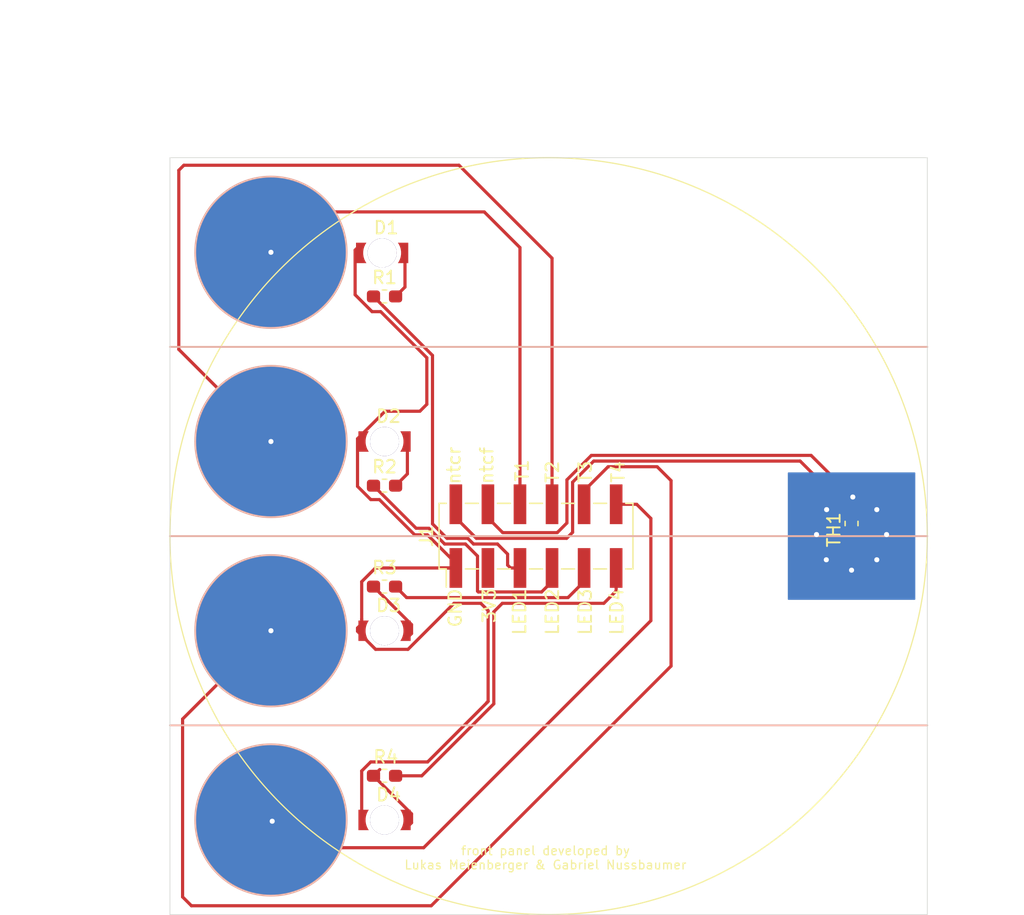
<source format=kicad_pcb>
(kicad_pcb (version 20171130) (host pcbnew "(5.1.4)-1")

  (general
    (thickness 1.6)
    (drawings 42)
    (tracks 165)
    (zones 0)
    (modules 14)
    (nets 17)
  )

  (page A4)
  (layers
    (0 F.Cu signal)
    (31 B.Cu signal)
    (32 B.Adhes user)
    (33 F.Adhes user)
    (34 B.Paste user)
    (35 F.Paste user)
    (36 B.SilkS user)
    (37 F.SilkS user)
    (38 B.Mask user)
    (39 F.Mask user)
    (40 Dwgs.User user)
    (41 Cmts.User user)
    (42 Eco1.User user)
    (43 Eco2.User user)
    (44 Edge.Cuts user)
    (45 Margin user)
    (46 B.CrtYd user)
    (47 F.CrtYd user)
    (48 B.Fab user)
    (49 F.Fab user)
  )

  (setup
    (last_trace_width 0.25)
    (trace_clearance 0.2)
    (zone_clearance 0.508)
    (zone_45_only no)
    (trace_min 0.2)
    (via_size 0.8)
    (via_drill 0.4)
    (via_min_size 0.4)
    (via_min_drill 0.3)
    (uvia_size 0.3)
    (uvia_drill 0.1)
    (uvias_allowed no)
    (uvia_min_size 0.2)
    (uvia_min_drill 0.1)
    (edge_width 0.05)
    (segment_width 0.2)
    (pcb_text_width 0.3)
    (pcb_text_size 1.5 1.5)
    (mod_edge_width 0.12)
    (mod_text_size 1 1)
    (mod_text_width 0.15)
    (pad_size 1.524 1.524)
    (pad_drill 0.762)
    (pad_to_mask_clearance 0.051)
    (solder_mask_min_width 0.25)
    (aux_axis_origin 0 0)
    (visible_elements 7FFFFFFF)
    (pcbplotparams
      (layerselection 0x010fc_ffffffff)
      (usegerberextensions false)
      (usegerberattributes false)
      (usegerberadvancedattributes false)
      (creategerberjobfile false)
      (excludeedgelayer true)
      (linewidth 0.100000)
      (plotframeref false)
      (viasonmask false)
      (mode 1)
      (useauxorigin false)
      (hpglpennumber 1)
      (hpglpenspeed 20)
      (hpglpendiameter 15.000000)
      (psnegative false)
      (psa4output false)
      (plotreference true)
      (plotvalue true)
      (plotinvisibletext false)
      (padsonsilk false)
      (subtractmaskfromsilk true)
      (outputformat 1)
      (mirror false)
      (drillshape 0)
      (scaleselection 1)
      (outputdirectory ""))
  )

  (net 0 "")
  (net 1 "Net-(D1-Pad2)")
  (net 2 GND)
  (net 3 "Net-(D2-Pad2)")
  (net 4 "Net-(D3-Pad2)")
  (net 5 "Net-(D4-Pad2)")
  (net 6 +3V3)
  (net 7 touch4)
  (net 8 LED4)
  (net 9 touch3)
  (net 10 LED3)
  (net 11 touch2)
  (net 12 LED2)
  (net 13 touch1)
  (net 14 LED1)
  (net 15 ntcr)
  (net 16 ntcf)

  (net_class Default "Dies ist die voreingestellte Netzklasse."
    (clearance 0.2)
    (trace_width 0.25)
    (via_dia 0.8)
    (via_drill 0.4)
    (uvia_dia 0.3)
    (uvia_drill 0.1)
    (add_net +3V3)
    (add_net GND)
    (add_net LED1)
    (add_net LED2)
    (add_net LED3)
    (add_net LED4)
    (add_net "Net-(D1-Pad2)")
    (add_net "Net-(D2-Pad2)")
    (add_net "Net-(D3-Pad2)")
    (add_net "Net-(D4-Pad2)")
    (add_net ntcf)
    (add_net ntcr)
    (add_net touch1)
    (add_net touch2)
    (add_net touch3)
    (add_net touch4)
  )

  (module reverse_LED:reverse_mounted_LED_hole_2.3mm (layer F.Cu) (tedit 5E95D0C5) (tstamp 5E972593)
    (at 126.81 52.55)
    (path /5E8764B5)
    (fp_text reference D1 (at 0.32 -2) (layer F.SilkS)
      (effects (font (size 1 1) (thickness 0.15)))
    )
    (fp_text value 156120RS75000 (at 0.01 -3.56) (layer F.Fab)
      (effects (font (size 1 1) (thickness 0.15)))
    )
    (pad 0 thru_hole circle (at 0 0) (size 2.3 2.3) (drill 2.3) (layers *.Cu *.Mask))
    (pad 2 smd custom (at 1.81 0.55) (size 0.5 0.5) (layers F.Cu F.Paste F.Mask)
      (net 1 "Net-(D1-Pad2)") (zone_connect 0)
      (options (clearance outline) (anchor rect))
      (primitives
        (gr_line (start -0.15 -0.8) (end -0.3 -0.95) (width 0.12))
        (gr_line (start -0.15 -0.55) (end -0.3 -0.8) (width 0.05))
        (gr_line (start 0.25 -1.35) (end 0.25 0.25) (width 0.02))
        (gr_poly (pts
           (xy -0.46 -1.23) (xy -0.38 -1.01) (xy -0.32 -0.83) (xy -0.27 -0.73) (xy -0.03 -1.07)
           (xy -0.46 -1.22)) (width 0))
        (gr_line (start -0.45 0.2) (end -0.35 0) (width 0.12))
        (gr_line (start -0.15 -1.3) (end 0.15 -1.3) (width 0.12))
        (gr_line (start -0.2 -0.75) (end -0.25 -0.55) (width 0.12))
        (gr_arc (start -1.7 -0.55) (end -0.55 -1.35) (angle 69.7) (width 0.02))
        (gr_line (start -0.3 -1.05) (end -0.3 -1.2) (width 0.12))
        (gr_line (start -0.4 -1.3) (end -0.3 -1) (width 0.12))
        (gr_line (start -0.25 -0.75) (end -0.25 -0.45) (width 0.12))
        (gr_line (start -0.35 0) (end -0.3 -0.15) (width 0.12))
        (gr_line (start -0.4 -1.2) (end -0.45 -1.3) (width 0.12))
        (gr_line (start -0.3 -1) (end -0.4 -1.25) (width 0.12))
        (gr_line (start -0.4 0.15) (end -0.1 0.1) (width 0.12))
        (gr_line (start -0.3 0) (end -0.45 0.2) (width 0.12))
        (gr_line (start -0.14 0.22) (end -0.51 0.23) (width 0.05))
        (gr_line (start -0.25 -0.45) (end -0.3 0) (width 0.12))
        (gr_line (start -0.3 -1.3) (end -0.1 -1.3) (width 0.12))
        (gr_line (start -0.25 -0.55) (end -0.25 -0.75) (width 0.12))
        (gr_line (start -0.3 -0.95) (end -0.15 -0.55) (width 0.12))
        (gr_line (start -0.51 -1.33) (end -0.45 -1.3) (width 0.05))
        (gr_poly (pts
           (xy 0.25 -1.35) (xy 0.25 0.25) (xy -0.4 0.25) (xy -0.2 -0.85) (xy -0.45 -1.3)
           (xy -0.45 -1.35) (xy -0.45 -1.3)) (width 0))
        (gr_line (start -0.35 0.15) (end -0.4 0.15) (width 0.12))
        (gr_line (start -0.3 -0.05) (end -0.35 0.15) (width 0.12))
        (gr_line (start -0.45 -1.3) (end -0.3 -1.3) (width 0.12))
        (gr_line (start -0.55 -1.35) (end 0.25 -1.35) (width 0.02))
        (gr_line (start -0.1 0.1) (end -0.25 0) (width 0.12))
        (gr_line (start -0.55 0.25) (end 0.25 0.25) (width 0.02))
        (gr_poly (pts
           (xy -0.35 -0.94) (xy -0.31 -0.77) (xy -0.27 -0.47)) (width 0))
        (gr_poly (pts
           (xy -0.5 -1.3) (xy -0.43 -1.14) (xy -0.34 -1.21)) (width 0))
        (gr_poly (pts
           (xy -0.39 -1.03) (xy -0.335 -0.92) (xy -0.305 -0.8) (xy -0.31 -0.78) (xy -0.32 -0.78)
           (xy -0.32 -0.77) (xy -0.31 -0.76)) (width 0))
      ))
    (pad 1 smd custom (at -1.81 -0.55 180) (size 0.5 0.5) (layers F.Cu F.Paste F.Mask)
      (net 2 GND) (zone_connect 0)
      (options (clearance outline) (anchor rect))
      (primitives
        (gr_line (start -0.15 -0.8) (end -0.3 -0.95) (width 0.12))
        (gr_line (start -0.15 -0.55) (end -0.3 -0.8) (width 0.05))
        (gr_line (start 0.25 -1.35) (end 0.25 0.25) (width 0.02))
        (gr_poly (pts
           (xy -0.46 -1.23) (xy -0.38 -1.01) (xy -0.32 -0.83) (xy -0.27 -0.73) (xy -0.03 -1.07)
           (xy -0.46 -1.22)) (width 0))
        (gr_line (start -0.45 0.2) (end -0.35 0) (width 0.12))
        (gr_line (start -0.15 -1.3) (end 0.15 -1.3) (width 0.12))
        (gr_line (start -0.2 -0.75) (end -0.25 -0.55) (width 0.12))
        (gr_arc (start -1.7 -0.55) (end -0.55 -1.35) (angle 69.7) (width 0.02))
        (gr_line (start -0.3 -1.05) (end -0.3 -1.2) (width 0.12))
        (gr_line (start -0.4 -1.3) (end -0.3 -1) (width 0.12))
        (gr_line (start -0.25 -0.75) (end -0.25 -0.45) (width 0.12))
        (gr_line (start -0.35 0) (end -0.3 -0.15) (width 0.12))
        (gr_line (start -0.4 -1.2) (end -0.45 -1.3) (width 0.12))
        (gr_line (start -0.3 -1) (end -0.4 -1.25) (width 0.12))
        (gr_line (start -0.4 0.15) (end -0.1 0.1) (width 0.12))
        (gr_line (start -0.3 0) (end -0.45 0.2) (width 0.12))
        (gr_line (start -0.14 0.22) (end -0.51 0.23) (width 0.05))
        (gr_line (start -0.25 -0.45) (end -0.3 0) (width 0.12))
        (gr_line (start -0.3 -1.3) (end -0.1 -1.3) (width 0.12))
        (gr_line (start -0.25 -0.55) (end -0.25 -0.75) (width 0.12))
        (gr_line (start -0.3 -0.95) (end -0.15 -0.55) (width 0.12))
        (gr_line (start -0.51 -1.33) (end -0.45 -1.3) (width 0.05))
        (gr_poly (pts
           (xy 0.25 -1.35) (xy 0.25 0.25) (xy -0.4 0.25) (xy -0.2 -0.85) (xy -0.45 -1.3)
           (xy -0.45 -1.35) (xy -0.45 -1.3)) (width 0))
        (gr_line (start -0.35 0.15) (end -0.4 0.15) (width 0.12))
        (gr_line (start -0.3 -0.05) (end -0.35 0.15) (width 0.12))
        (gr_line (start -0.45 -1.3) (end -0.3 -1.3) (width 0.12))
        (gr_line (start -0.55 -1.35) (end 0.25 -1.35) (width 0.02))
        (gr_line (start -0.1 0.1) (end -0.25 0) (width 0.12))
        (gr_line (start -0.55 0.25) (end 0.25 0.25) (width 0.02))
        (gr_poly (pts
           (xy -0.35 -0.94) (xy -0.31 -0.77) (xy -0.27 -0.47)) (width 0))
        (gr_poly (pts
           (xy -0.5 -1.3) (xy -0.43 -1.14) (xy -0.34 -1.21)) (width 0))
        (gr_poly (pts
           (xy -0.39 -1.03) (xy -0.335 -0.92) (xy -0.305 -0.8) (xy -0.31 -0.78) (xy -0.32 -0.78)
           (xy -0.32 -0.77) (xy -0.31 -0.76)) (width 0))
      ))
  )

  (module reverse_LED:reverse_mounted_LED_hole_2.3mm (layer F.Cu) (tedit 5E95D0C5) (tstamp 5E97259A)
    (at 127 67.5)
    (path /5E877385)
    (fp_text reference D2 (at 0.32 -2) (layer F.SilkS)
      (effects (font (size 1 1) (thickness 0.15)))
    )
    (fp_text value 156120RS75000 (at 0.01 -3.56) (layer F.Fab)
      (effects (font (size 1 1) (thickness 0.15)))
    )
    (pad 1 smd custom (at -1.81 -0.55 180) (size 0.5 0.5) (layers F.Cu F.Paste F.Mask)
      (net 2 GND) (zone_connect 0)
      (options (clearance outline) (anchor rect))
      (primitives
        (gr_line (start -0.15 -0.8) (end -0.3 -0.95) (width 0.12))
        (gr_line (start -0.15 -0.55) (end -0.3 -0.8) (width 0.05))
        (gr_line (start 0.25 -1.35) (end 0.25 0.25) (width 0.02))
        (gr_poly (pts
           (xy -0.46 -1.23) (xy -0.38 -1.01) (xy -0.32 -0.83) (xy -0.27 -0.73) (xy -0.03 -1.07)
           (xy -0.46 -1.22)) (width 0))
        (gr_line (start -0.45 0.2) (end -0.35 0) (width 0.12))
        (gr_line (start -0.15 -1.3) (end 0.15 -1.3) (width 0.12))
        (gr_line (start -0.2 -0.75) (end -0.25 -0.55) (width 0.12))
        (gr_arc (start -1.7 -0.55) (end -0.55 -1.35) (angle 69.7) (width 0.02))
        (gr_line (start -0.3 -1.05) (end -0.3 -1.2) (width 0.12))
        (gr_line (start -0.4 -1.3) (end -0.3 -1) (width 0.12))
        (gr_line (start -0.25 -0.75) (end -0.25 -0.45) (width 0.12))
        (gr_line (start -0.35 0) (end -0.3 -0.15) (width 0.12))
        (gr_line (start -0.4 -1.2) (end -0.45 -1.3) (width 0.12))
        (gr_line (start -0.3 -1) (end -0.4 -1.25) (width 0.12))
        (gr_line (start -0.4 0.15) (end -0.1 0.1) (width 0.12))
        (gr_line (start -0.3 0) (end -0.45 0.2) (width 0.12))
        (gr_line (start -0.14 0.22) (end -0.51 0.23) (width 0.05))
        (gr_line (start -0.25 -0.45) (end -0.3 0) (width 0.12))
        (gr_line (start -0.3 -1.3) (end -0.1 -1.3) (width 0.12))
        (gr_line (start -0.25 -0.55) (end -0.25 -0.75) (width 0.12))
        (gr_line (start -0.3 -0.95) (end -0.15 -0.55) (width 0.12))
        (gr_line (start -0.51 -1.33) (end -0.45 -1.3) (width 0.05))
        (gr_poly (pts
           (xy 0.25 -1.35) (xy 0.25 0.25) (xy -0.4 0.25) (xy -0.2 -0.85) (xy -0.45 -1.3)
           (xy -0.45 -1.35) (xy -0.45 -1.3)) (width 0))
        (gr_line (start -0.35 0.15) (end -0.4 0.15) (width 0.12))
        (gr_line (start -0.3 -0.05) (end -0.35 0.15) (width 0.12))
        (gr_line (start -0.45 -1.3) (end -0.3 -1.3) (width 0.12))
        (gr_line (start -0.55 -1.35) (end 0.25 -1.35) (width 0.02))
        (gr_line (start -0.1 0.1) (end -0.25 0) (width 0.12))
        (gr_line (start -0.55 0.25) (end 0.25 0.25) (width 0.02))
        (gr_poly (pts
           (xy -0.35 -0.94) (xy -0.31 -0.77) (xy -0.27 -0.47)) (width 0))
        (gr_poly (pts
           (xy -0.5 -1.3) (xy -0.43 -1.14) (xy -0.34 -1.21)) (width 0))
        (gr_poly (pts
           (xy -0.39 -1.03) (xy -0.335 -0.92) (xy -0.305 -0.8) (xy -0.31 -0.78) (xy -0.32 -0.78)
           (xy -0.32 -0.77) (xy -0.31 -0.76)) (width 0))
      ))
    (pad 2 smd custom (at 1.81 0.55) (size 0.5 0.5) (layers F.Cu F.Paste F.Mask)
      (net 3 "Net-(D2-Pad2)") (zone_connect 0)
      (options (clearance outline) (anchor rect))
      (primitives
        (gr_line (start -0.15 -0.8) (end -0.3 -0.95) (width 0.12))
        (gr_line (start -0.15 -0.55) (end -0.3 -0.8) (width 0.05))
        (gr_line (start 0.25 -1.35) (end 0.25 0.25) (width 0.02))
        (gr_poly (pts
           (xy -0.46 -1.23) (xy -0.38 -1.01) (xy -0.32 -0.83) (xy -0.27 -0.73) (xy -0.03 -1.07)
           (xy -0.46 -1.22)) (width 0))
        (gr_line (start -0.45 0.2) (end -0.35 0) (width 0.12))
        (gr_line (start -0.15 -1.3) (end 0.15 -1.3) (width 0.12))
        (gr_line (start -0.2 -0.75) (end -0.25 -0.55) (width 0.12))
        (gr_arc (start -1.7 -0.55) (end -0.55 -1.35) (angle 69.7) (width 0.02))
        (gr_line (start -0.3 -1.05) (end -0.3 -1.2) (width 0.12))
        (gr_line (start -0.4 -1.3) (end -0.3 -1) (width 0.12))
        (gr_line (start -0.25 -0.75) (end -0.25 -0.45) (width 0.12))
        (gr_line (start -0.35 0) (end -0.3 -0.15) (width 0.12))
        (gr_line (start -0.4 -1.2) (end -0.45 -1.3) (width 0.12))
        (gr_line (start -0.3 -1) (end -0.4 -1.25) (width 0.12))
        (gr_line (start -0.4 0.15) (end -0.1 0.1) (width 0.12))
        (gr_line (start -0.3 0) (end -0.45 0.2) (width 0.12))
        (gr_line (start -0.14 0.22) (end -0.51 0.23) (width 0.05))
        (gr_line (start -0.25 -0.45) (end -0.3 0) (width 0.12))
        (gr_line (start -0.3 -1.3) (end -0.1 -1.3) (width 0.12))
        (gr_line (start -0.25 -0.55) (end -0.25 -0.75) (width 0.12))
        (gr_line (start -0.3 -0.95) (end -0.15 -0.55) (width 0.12))
        (gr_line (start -0.51 -1.33) (end -0.45 -1.3) (width 0.05))
        (gr_poly (pts
           (xy 0.25 -1.35) (xy 0.25 0.25) (xy -0.4 0.25) (xy -0.2 -0.85) (xy -0.45 -1.3)
           (xy -0.45 -1.35) (xy -0.45 -1.3)) (width 0))
        (gr_line (start -0.35 0.15) (end -0.4 0.15) (width 0.12))
        (gr_line (start -0.3 -0.05) (end -0.35 0.15) (width 0.12))
        (gr_line (start -0.45 -1.3) (end -0.3 -1.3) (width 0.12))
        (gr_line (start -0.55 -1.35) (end 0.25 -1.35) (width 0.02))
        (gr_line (start -0.1 0.1) (end -0.25 0) (width 0.12))
        (gr_line (start -0.55 0.25) (end 0.25 0.25) (width 0.02))
        (gr_poly (pts
           (xy -0.35 -0.94) (xy -0.31 -0.77) (xy -0.27 -0.47)) (width 0))
        (gr_poly (pts
           (xy -0.5 -1.3) (xy -0.43 -1.14) (xy -0.34 -1.21)) (width 0))
        (gr_poly (pts
           (xy -0.39 -1.03) (xy -0.335 -0.92) (xy -0.305 -0.8) (xy -0.31 -0.78) (xy -0.32 -0.78)
           (xy -0.32 -0.77) (xy -0.31 -0.76)) (width 0))
      ))
    (pad 0 thru_hole circle (at 0 0) (size 2.3 2.3) (drill 2.3) (layers *.Cu *.Mask))
  )

  (module reverse_LED:reverse_mounted_LED_hole_2.3mm (layer F.Cu) (tedit 5E95D0C5) (tstamp 5E9725A1)
    (at 127 82.5)
    (path /5E877646)
    (fp_text reference D3 (at 0.32 -2) (layer F.SilkS)
      (effects (font (size 1 1) (thickness 0.15)))
    )
    (fp_text value 156120RS75000 (at 0.01 -3.56) (layer F.Fab)
      (effects (font (size 1 1) (thickness 0.15)))
    )
    (pad 0 thru_hole circle (at 0 0) (size 2.3 2.3) (drill 2.3) (layers *.Cu *.Mask))
    (pad 2 smd custom (at 1.81 0.55) (size 0.5 0.5) (layers F.Cu F.Paste F.Mask)
      (net 4 "Net-(D3-Pad2)") (zone_connect 0)
      (options (clearance outline) (anchor rect))
      (primitives
        (gr_line (start -0.15 -0.8) (end -0.3 -0.95) (width 0.12))
        (gr_line (start -0.15 -0.55) (end -0.3 -0.8) (width 0.05))
        (gr_line (start 0.25 -1.35) (end 0.25 0.25) (width 0.02))
        (gr_poly (pts
           (xy -0.46 -1.23) (xy -0.38 -1.01) (xy -0.32 -0.83) (xy -0.27 -0.73) (xy -0.03 -1.07)
           (xy -0.46 -1.22)) (width 0))
        (gr_line (start -0.45 0.2) (end -0.35 0) (width 0.12))
        (gr_line (start -0.15 -1.3) (end 0.15 -1.3) (width 0.12))
        (gr_line (start -0.2 -0.75) (end -0.25 -0.55) (width 0.12))
        (gr_arc (start -1.7 -0.55) (end -0.55 -1.35) (angle 69.7) (width 0.02))
        (gr_line (start -0.3 -1.05) (end -0.3 -1.2) (width 0.12))
        (gr_line (start -0.4 -1.3) (end -0.3 -1) (width 0.12))
        (gr_line (start -0.25 -0.75) (end -0.25 -0.45) (width 0.12))
        (gr_line (start -0.35 0) (end -0.3 -0.15) (width 0.12))
        (gr_line (start -0.4 -1.2) (end -0.45 -1.3) (width 0.12))
        (gr_line (start -0.3 -1) (end -0.4 -1.25) (width 0.12))
        (gr_line (start -0.4 0.15) (end -0.1 0.1) (width 0.12))
        (gr_line (start -0.3 0) (end -0.45 0.2) (width 0.12))
        (gr_line (start -0.14 0.22) (end -0.51 0.23) (width 0.05))
        (gr_line (start -0.25 -0.45) (end -0.3 0) (width 0.12))
        (gr_line (start -0.3 -1.3) (end -0.1 -1.3) (width 0.12))
        (gr_line (start -0.25 -0.55) (end -0.25 -0.75) (width 0.12))
        (gr_line (start -0.3 -0.95) (end -0.15 -0.55) (width 0.12))
        (gr_line (start -0.51 -1.33) (end -0.45 -1.3) (width 0.05))
        (gr_poly (pts
           (xy 0.25 -1.35) (xy 0.25 0.25) (xy -0.4 0.25) (xy -0.2 -0.85) (xy -0.45 -1.3)
           (xy -0.45 -1.35) (xy -0.45 -1.3)) (width 0))
        (gr_line (start -0.35 0.15) (end -0.4 0.15) (width 0.12))
        (gr_line (start -0.3 -0.05) (end -0.35 0.15) (width 0.12))
        (gr_line (start -0.45 -1.3) (end -0.3 -1.3) (width 0.12))
        (gr_line (start -0.55 -1.35) (end 0.25 -1.35) (width 0.02))
        (gr_line (start -0.1 0.1) (end -0.25 0) (width 0.12))
        (gr_line (start -0.55 0.25) (end 0.25 0.25) (width 0.02))
        (gr_poly (pts
           (xy -0.35 -0.94) (xy -0.31 -0.77) (xy -0.27 -0.47)) (width 0))
        (gr_poly (pts
           (xy -0.5 -1.3) (xy -0.43 -1.14) (xy -0.34 -1.21)) (width 0))
        (gr_poly (pts
           (xy -0.39 -1.03) (xy -0.335 -0.92) (xy -0.305 -0.8) (xy -0.31 -0.78) (xy -0.32 -0.78)
           (xy -0.32 -0.77) (xy -0.31 -0.76)) (width 0))
      ))
    (pad 1 smd custom (at -1.81 -0.55 180) (size 0.5 0.5) (layers F.Cu F.Paste F.Mask)
      (net 2 GND) (zone_connect 0)
      (options (clearance outline) (anchor rect))
      (primitives
        (gr_line (start -0.15 -0.8) (end -0.3 -0.95) (width 0.12))
        (gr_line (start -0.15 -0.55) (end -0.3 -0.8) (width 0.05))
        (gr_line (start 0.25 -1.35) (end 0.25 0.25) (width 0.02))
        (gr_poly (pts
           (xy -0.46 -1.23) (xy -0.38 -1.01) (xy -0.32 -0.83) (xy -0.27 -0.73) (xy -0.03 -1.07)
           (xy -0.46 -1.22)) (width 0))
        (gr_line (start -0.45 0.2) (end -0.35 0) (width 0.12))
        (gr_line (start -0.15 -1.3) (end 0.15 -1.3) (width 0.12))
        (gr_line (start -0.2 -0.75) (end -0.25 -0.55) (width 0.12))
        (gr_arc (start -1.7 -0.55) (end -0.55 -1.35) (angle 69.7) (width 0.02))
        (gr_line (start -0.3 -1.05) (end -0.3 -1.2) (width 0.12))
        (gr_line (start -0.4 -1.3) (end -0.3 -1) (width 0.12))
        (gr_line (start -0.25 -0.75) (end -0.25 -0.45) (width 0.12))
        (gr_line (start -0.35 0) (end -0.3 -0.15) (width 0.12))
        (gr_line (start -0.4 -1.2) (end -0.45 -1.3) (width 0.12))
        (gr_line (start -0.3 -1) (end -0.4 -1.25) (width 0.12))
        (gr_line (start -0.4 0.15) (end -0.1 0.1) (width 0.12))
        (gr_line (start -0.3 0) (end -0.45 0.2) (width 0.12))
        (gr_line (start -0.14 0.22) (end -0.51 0.23) (width 0.05))
        (gr_line (start -0.25 -0.45) (end -0.3 0) (width 0.12))
        (gr_line (start -0.3 -1.3) (end -0.1 -1.3) (width 0.12))
        (gr_line (start -0.25 -0.55) (end -0.25 -0.75) (width 0.12))
        (gr_line (start -0.3 -0.95) (end -0.15 -0.55) (width 0.12))
        (gr_line (start -0.51 -1.33) (end -0.45 -1.3) (width 0.05))
        (gr_poly (pts
           (xy 0.25 -1.35) (xy 0.25 0.25) (xy -0.4 0.25) (xy -0.2 -0.85) (xy -0.45 -1.3)
           (xy -0.45 -1.35) (xy -0.45 -1.3)) (width 0))
        (gr_line (start -0.35 0.15) (end -0.4 0.15) (width 0.12))
        (gr_line (start -0.3 -0.05) (end -0.35 0.15) (width 0.12))
        (gr_line (start -0.45 -1.3) (end -0.3 -1.3) (width 0.12))
        (gr_line (start -0.55 -1.35) (end 0.25 -1.35) (width 0.02))
        (gr_line (start -0.1 0.1) (end -0.25 0) (width 0.12))
        (gr_line (start -0.55 0.25) (end 0.25 0.25) (width 0.02))
        (gr_poly (pts
           (xy -0.35 -0.94) (xy -0.31 -0.77) (xy -0.27 -0.47)) (width 0))
        (gr_poly (pts
           (xy -0.5 -1.3) (xy -0.43 -1.14) (xy -0.34 -1.21)) (width 0))
        (gr_poly (pts
           (xy -0.39 -1.03) (xy -0.335 -0.92) (xy -0.305 -0.8) (xy -0.31 -0.78) (xy -0.32 -0.78)
           (xy -0.32 -0.77) (xy -0.31 -0.76)) (width 0))
      ))
  )

  (module reverse_LED:reverse_mounted_LED_hole_2.3mm (layer F.Cu) (tedit 5E95D0C5) (tstamp 5E9725A8)
    (at 127 97.5)
    (path /5E87798E)
    (fp_text reference D4 (at 0.32 -2) (layer F.SilkS)
      (effects (font (size 1 1) (thickness 0.15)))
    )
    (fp_text value 156120RS75000 (at 0.01 -3.56) (layer F.Fab)
      (effects (font (size 1 1) (thickness 0.15)))
    )
    (pad 1 smd custom (at -1.81 -0.55 180) (size 0.5 0.5) (layers F.Cu F.Paste F.Mask)
      (net 2 GND) (zone_connect 0)
      (options (clearance outline) (anchor rect))
      (primitives
        (gr_line (start -0.15 -0.8) (end -0.3 -0.95) (width 0.12))
        (gr_line (start -0.15 -0.55) (end -0.3 -0.8) (width 0.05))
        (gr_line (start 0.25 -1.35) (end 0.25 0.25) (width 0.02))
        (gr_poly (pts
           (xy -0.46 -1.23) (xy -0.38 -1.01) (xy -0.32 -0.83) (xy -0.27 -0.73) (xy -0.03 -1.07)
           (xy -0.46 -1.22)) (width 0))
        (gr_line (start -0.45 0.2) (end -0.35 0) (width 0.12))
        (gr_line (start -0.15 -1.3) (end 0.15 -1.3) (width 0.12))
        (gr_line (start -0.2 -0.75) (end -0.25 -0.55) (width 0.12))
        (gr_arc (start -1.7 -0.55) (end -0.55 -1.35) (angle 69.7) (width 0.02))
        (gr_line (start -0.3 -1.05) (end -0.3 -1.2) (width 0.12))
        (gr_line (start -0.4 -1.3) (end -0.3 -1) (width 0.12))
        (gr_line (start -0.25 -0.75) (end -0.25 -0.45) (width 0.12))
        (gr_line (start -0.35 0) (end -0.3 -0.15) (width 0.12))
        (gr_line (start -0.4 -1.2) (end -0.45 -1.3) (width 0.12))
        (gr_line (start -0.3 -1) (end -0.4 -1.25) (width 0.12))
        (gr_line (start -0.4 0.15) (end -0.1 0.1) (width 0.12))
        (gr_line (start -0.3 0) (end -0.45 0.2) (width 0.12))
        (gr_line (start -0.14 0.22) (end -0.51 0.23) (width 0.05))
        (gr_line (start -0.25 -0.45) (end -0.3 0) (width 0.12))
        (gr_line (start -0.3 -1.3) (end -0.1 -1.3) (width 0.12))
        (gr_line (start -0.25 -0.55) (end -0.25 -0.75) (width 0.12))
        (gr_line (start -0.3 -0.95) (end -0.15 -0.55) (width 0.12))
        (gr_line (start -0.51 -1.33) (end -0.45 -1.3) (width 0.05))
        (gr_poly (pts
           (xy 0.25 -1.35) (xy 0.25 0.25) (xy -0.4 0.25) (xy -0.2 -0.85) (xy -0.45 -1.3)
           (xy -0.45 -1.35) (xy -0.45 -1.3)) (width 0))
        (gr_line (start -0.35 0.15) (end -0.4 0.15) (width 0.12))
        (gr_line (start -0.3 -0.05) (end -0.35 0.15) (width 0.12))
        (gr_line (start -0.45 -1.3) (end -0.3 -1.3) (width 0.12))
        (gr_line (start -0.55 -1.35) (end 0.25 -1.35) (width 0.02))
        (gr_line (start -0.1 0.1) (end -0.25 0) (width 0.12))
        (gr_line (start -0.55 0.25) (end 0.25 0.25) (width 0.02))
        (gr_poly (pts
           (xy -0.35 -0.94) (xy -0.31 -0.77) (xy -0.27 -0.47)) (width 0))
        (gr_poly (pts
           (xy -0.5 -1.3) (xy -0.43 -1.14) (xy -0.34 -1.21)) (width 0))
        (gr_poly (pts
           (xy -0.39 -1.03) (xy -0.335 -0.92) (xy -0.305 -0.8) (xy -0.31 -0.78) (xy -0.32 -0.78)
           (xy -0.32 -0.77) (xy -0.31 -0.76)) (width 0))
      ))
    (pad 2 smd custom (at 1.81 0.55) (size 0.5 0.5) (layers F.Cu F.Paste F.Mask)
      (net 5 "Net-(D4-Pad2)") (zone_connect 0)
      (options (clearance outline) (anchor rect))
      (primitives
        (gr_line (start -0.15 -0.8) (end -0.3 -0.95) (width 0.12))
        (gr_line (start -0.15 -0.55) (end -0.3 -0.8) (width 0.05))
        (gr_line (start 0.25 -1.35) (end 0.25 0.25) (width 0.02))
        (gr_poly (pts
           (xy -0.46 -1.23) (xy -0.38 -1.01) (xy -0.32 -0.83) (xy -0.27 -0.73) (xy -0.03 -1.07)
           (xy -0.46 -1.22)) (width 0))
        (gr_line (start -0.45 0.2) (end -0.35 0) (width 0.12))
        (gr_line (start -0.15 -1.3) (end 0.15 -1.3) (width 0.12))
        (gr_line (start -0.2 -0.75) (end -0.25 -0.55) (width 0.12))
        (gr_arc (start -1.7 -0.55) (end -0.55 -1.35) (angle 69.7) (width 0.02))
        (gr_line (start -0.3 -1.05) (end -0.3 -1.2) (width 0.12))
        (gr_line (start -0.4 -1.3) (end -0.3 -1) (width 0.12))
        (gr_line (start -0.25 -0.75) (end -0.25 -0.45) (width 0.12))
        (gr_line (start -0.35 0) (end -0.3 -0.15) (width 0.12))
        (gr_line (start -0.4 -1.2) (end -0.45 -1.3) (width 0.12))
        (gr_line (start -0.3 -1) (end -0.4 -1.25) (width 0.12))
        (gr_line (start -0.4 0.15) (end -0.1 0.1) (width 0.12))
        (gr_line (start -0.3 0) (end -0.45 0.2) (width 0.12))
        (gr_line (start -0.14 0.22) (end -0.51 0.23) (width 0.05))
        (gr_line (start -0.25 -0.45) (end -0.3 0) (width 0.12))
        (gr_line (start -0.3 -1.3) (end -0.1 -1.3) (width 0.12))
        (gr_line (start -0.25 -0.55) (end -0.25 -0.75) (width 0.12))
        (gr_line (start -0.3 -0.95) (end -0.15 -0.55) (width 0.12))
        (gr_line (start -0.51 -1.33) (end -0.45 -1.3) (width 0.05))
        (gr_poly (pts
           (xy 0.25 -1.35) (xy 0.25 0.25) (xy -0.4 0.25) (xy -0.2 -0.85) (xy -0.45 -1.3)
           (xy -0.45 -1.35) (xy -0.45 -1.3)) (width 0))
        (gr_line (start -0.35 0.15) (end -0.4 0.15) (width 0.12))
        (gr_line (start -0.3 -0.05) (end -0.35 0.15) (width 0.12))
        (gr_line (start -0.45 -1.3) (end -0.3 -1.3) (width 0.12))
        (gr_line (start -0.55 -1.35) (end 0.25 -1.35) (width 0.02))
        (gr_line (start -0.1 0.1) (end -0.25 0) (width 0.12))
        (gr_line (start -0.55 0.25) (end 0.25 0.25) (width 0.02))
        (gr_poly (pts
           (xy -0.35 -0.94) (xy -0.31 -0.77) (xy -0.27 -0.47)) (width 0))
        (gr_poly (pts
           (xy -0.5 -1.3) (xy -0.43 -1.14) (xy -0.34 -1.21)) (width 0))
        (gr_poly (pts
           (xy -0.39 -1.03) (xy -0.335 -0.92) (xy -0.305 -0.8) (xy -0.31 -0.78) (xy -0.32 -0.78)
           (xy -0.32 -0.77) (xy -0.31 -0.76)) (width 0))
      ))
    (pad 0 thru_hole circle (at 0 0) (size 2.3 2.3) (drill 2.3) (layers *.Cu *.Mask))
  )

  (module Connector_PinHeader_2.54mm:PinHeader_2x06_P2.54mm_Vertical_SMD (layer F.Cu) (tedit 59FED5CC) (tstamp 5E9725F7)
    (at 139 75 90)
    (descr "surface-mounted straight pin header, 2x06, 2.54mm pitch, double rows")
    (tags "Surface mounted pin header SMD 2x06 2.54mm double row")
    (path /5E96E803)
    (attr smd)
    (fp_text reference J1 (at 0 -8.68 90) (layer F.SilkS)
      (effects (font (size 1 1) (thickness 0.15)))
    )
    (fp_text value 61000621121 (at 0 8.68 90) (layer F.Fab)
      (effects (font (size 1 1) (thickness 0.15)))
    )
    (fp_line (start 2.54 7.62) (end -2.54 7.62) (layer F.Fab) (width 0.1))
    (fp_line (start -1.59 -7.62) (end 2.54 -7.62) (layer F.Fab) (width 0.1))
    (fp_line (start -2.54 7.62) (end -2.54 -6.67) (layer F.Fab) (width 0.1))
    (fp_line (start -2.54 -6.67) (end -1.59 -7.62) (layer F.Fab) (width 0.1))
    (fp_line (start 2.54 -7.62) (end 2.54 7.62) (layer F.Fab) (width 0.1))
    (fp_line (start -2.54 -6.67) (end -3.6 -6.67) (layer F.Fab) (width 0.1))
    (fp_line (start -3.6 -6.67) (end -3.6 -6.03) (layer F.Fab) (width 0.1))
    (fp_line (start -3.6 -6.03) (end -2.54 -6.03) (layer F.Fab) (width 0.1))
    (fp_line (start 2.54 -6.67) (end 3.6 -6.67) (layer F.Fab) (width 0.1))
    (fp_line (start 3.6 -6.67) (end 3.6 -6.03) (layer F.Fab) (width 0.1))
    (fp_line (start 3.6 -6.03) (end 2.54 -6.03) (layer F.Fab) (width 0.1))
    (fp_line (start -2.54 -4.13) (end -3.6 -4.13) (layer F.Fab) (width 0.1))
    (fp_line (start -3.6 -4.13) (end -3.6 -3.49) (layer F.Fab) (width 0.1))
    (fp_line (start -3.6 -3.49) (end -2.54 -3.49) (layer F.Fab) (width 0.1))
    (fp_line (start 2.54 -4.13) (end 3.6 -4.13) (layer F.Fab) (width 0.1))
    (fp_line (start 3.6 -4.13) (end 3.6 -3.49) (layer F.Fab) (width 0.1))
    (fp_line (start 3.6 -3.49) (end 2.54 -3.49) (layer F.Fab) (width 0.1))
    (fp_line (start -2.54 -1.59) (end -3.6 -1.59) (layer F.Fab) (width 0.1))
    (fp_line (start -3.6 -1.59) (end -3.6 -0.95) (layer F.Fab) (width 0.1))
    (fp_line (start -3.6 -0.95) (end -2.54 -0.95) (layer F.Fab) (width 0.1))
    (fp_line (start 2.54 -1.59) (end 3.6 -1.59) (layer F.Fab) (width 0.1))
    (fp_line (start 3.6 -1.59) (end 3.6 -0.95) (layer F.Fab) (width 0.1))
    (fp_line (start 3.6 -0.95) (end 2.54 -0.95) (layer F.Fab) (width 0.1))
    (fp_line (start -2.54 0.95) (end -3.6 0.95) (layer F.Fab) (width 0.1))
    (fp_line (start -3.6 0.95) (end -3.6 1.59) (layer F.Fab) (width 0.1))
    (fp_line (start -3.6 1.59) (end -2.54 1.59) (layer F.Fab) (width 0.1))
    (fp_line (start 2.54 0.95) (end 3.6 0.95) (layer F.Fab) (width 0.1))
    (fp_line (start 3.6 0.95) (end 3.6 1.59) (layer F.Fab) (width 0.1))
    (fp_line (start 3.6 1.59) (end 2.54 1.59) (layer F.Fab) (width 0.1))
    (fp_line (start -2.54 3.49) (end -3.6 3.49) (layer F.Fab) (width 0.1))
    (fp_line (start -3.6 3.49) (end -3.6 4.13) (layer F.Fab) (width 0.1))
    (fp_line (start -3.6 4.13) (end -2.54 4.13) (layer F.Fab) (width 0.1))
    (fp_line (start 2.54 3.49) (end 3.6 3.49) (layer F.Fab) (width 0.1))
    (fp_line (start 3.6 3.49) (end 3.6 4.13) (layer F.Fab) (width 0.1))
    (fp_line (start 3.6 4.13) (end 2.54 4.13) (layer F.Fab) (width 0.1))
    (fp_line (start -2.54 6.03) (end -3.6 6.03) (layer F.Fab) (width 0.1))
    (fp_line (start -3.6 6.03) (end -3.6 6.67) (layer F.Fab) (width 0.1))
    (fp_line (start -3.6 6.67) (end -2.54 6.67) (layer F.Fab) (width 0.1))
    (fp_line (start 2.54 6.03) (end 3.6 6.03) (layer F.Fab) (width 0.1))
    (fp_line (start 3.6 6.03) (end 3.6 6.67) (layer F.Fab) (width 0.1))
    (fp_line (start 3.6 6.67) (end 2.54 6.67) (layer F.Fab) (width 0.1))
    (fp_line (start -2.6 -7.68) (end 2.6 -7.68) (layer F.SilkS) (width 0.12))
    (fp_line (start -2.6 7.68) (end 2.6 7.68) (layer F.SilkS) (width 0.12))
    (fp_line (start -4.04 -7.11) (end -2.6 -7.11) (layer F.SilkS) (width 0.12))
    (fp_line (start -2.6 -7.68) (end -2.6 -7.11) (layer F.SilkS) (width 0.12))
    (fp_line (start 2.6 -7.68) (end 2.6 -7.11) (layer F.SilkS) (width 0.12))
    (fp_line (start -2.6 7.11) (end -2.6 7.68) (layer F.SilkS) (width 0.12))
    (fp_line (start 2.6 7.11) (end 2.6 7.68) (layer F.SilkS) (width 0.12))
    (fp_line (start -2.6 -5.59) (end -2.6 -4.57) (layer F.SilkS) (width 0.12))
    (fp_line (start 2.6 -5.59) (end 2.6 -4.57) (layer F.SilkS) (width 0.12))
    (fp_line (start -2.6 -3.05) (end -2.6 -2.03) (layer F.SilkS) (width 0.12))
    (fp_line (start 2.6 -3.05) (end 2.6 -2.03) (layer F.SilkS) (width 0.12))
    (fp_line (start -2.6 -0.51) (end -2.6 0.51) (layer F.SilkS) (width 0.12))
    (fp_line (start 2.6 -0.51) (end 2.6 0.51) (layer F.SilkS) (width 0.12))
    (fp_line (start -2.6 2.03) (end -2.6 3.05) (layer F.SilkS) (width 0.12))
    (fp_line (start 2.6 2.03) (end 2.6 3.05) (layer F.SilkS) (width 0.12))
    (fp_line (start -2.6 4.57) (end -2.6 5.59) (layer F.SilkS) (width 0.12))
    (fp_line (start 2.6 4.57) (end 2.6 5.59) (layer F.SilkS) (width 0.12))
    (fp_line (start -5.9 -8.15) (end -5.9 8.15) (layer F.CrtYd) (width 0.05))
    (fp_line (start -5.9 8.15) (end 5.9 8.15) (layer F.CrtYd) (width 0.05))
    (fp_line (start 5.9 8.15) (end 5.9 -8.15) (layer F.CrtYd) (width 0.05))
    (fp_line (start 5.9 -8.15) (end -5.9 -8.15) (layer F.CrtYd) (width 0.05))
    (fp_text user %R (at 0 0) (layer F.Fab)
      (effects (font (size 1 1) (thickness 0.15)))
    )
    (pad 1 smd rect (at -2.525 -6.35 90) (size 3.15 1) (layers F.Cu F.Paste F.Mask)
      (net 2 GND))
    (pad 2 smd rect (at 2.525 -6.35 90) (size 3.15 1) (layers F.Cu F.Paste F.Mask)
      (net 15 ntcr))
    (pad 3 smd rect (at -2.525 -3.81 90) (size 3.15 1) (layers F.Cu F.Paste F.Mask)
      (net 6 +3V3))
    (pad 4 smd rect (at 2.525 -3.81 90) (size 3.15 1) (layers F.Cu F.Paste F.Mask)
      (net 16 ntcf))
    (pad 5 smd rect (at -2.525 -1.27 90) (size 3.15 1) (layers F.Cu F.Paste F.Mask)
      (net 14 LED1))
    (pad 6 smd rect (at 2.525 -1.27 90) (size 3.15 1) (layers F.Cu F.Paste F.Mask)
      (net 13 touch1))
    (pad 7 smd rect (at -2.525 1.27 90) (size 3.15 1) (layers F.Cu F.Paste F.Mask)
      (net 12 LED2))
    (pad 8 smd rect (at 2.525 1.27 90) (size 3.15 1) (layers F.Cu F.Paste F.Mask)
      (net 11 touch2))
    (pad 9 smd rect (at -2.525 3.81 90) (size 3.15 1) (layers F.Cu F.Paste F.Mask)
      (net 10 LED3))
    (pad 10 smd rect (at 2.525 3.81 90) (size 3.15 1) (layers F.Cu F.Paste F.Mask)
      (net 9 touch3))
    (pad 11 smd rect (at -2.525 6.35 90) (size 3.15 1) (layers F.Cu F.Paste F.Mask)
      (net 8 LED4))
    (pad 12 smd rect (at 2.525 6.35 90) (size 3.15 1) (layers F.Cu F.Paste F.Mask)
      (net 7 touch4))
    (model ${KISYS3DMOD}/Connector_PinHeader_2.54mm.3dshapes/PinHeader_2x06_P2.54mm_Vertical_SMD.wrl
      (at (xyz 0 0 0))
      (scale (xyz 1 1 1))
      (rotate (xyz 0 0 0))
    )
  )

  (module Resistor_SMD:R_0603_1608Metric_Pad1.05x0.95mm_HandSolder (layer F.Cu) (tedit 5B301BBD) (tstamp 5E972608)
    (at 127 56 180)
    (descr "Resistor SMD 0603 (1608 Metric), square (rectangular) end terminal, IPC_7351 nominal with elongated pad for handsoldering. (Body size source: http://www.tortai-tech.com/upload/download/2011102023233369053.pdf), generated with kicad-footprint-generator")
    (tags "resistor handsolder")
    (path /5E877C24)
    (attr smd)
    (fp_text reference R1 (at 0 1.5) (layer F.SilkS)
      (effects (font (size 1 1) (thickness 0.15)))
    )
    (fp_text value 100 (at 0 1.43) (layer F.Fab)
      (effects (font (size 1 1) (thickness 0.15)))
    )
    (fp_text user %R (at 0 0) (layer F.Fab)
      (effects (font (size 0.4 0.4) (thickness 0.06)))
    )
    (fp_line (start 1.65 0.73) (end -1.65 0.73) (layer F.CrtYd) (width 0.05))
    (fp_line (start 1.65 -0.73) (end 1.65 0.73) (layer F.CrtYd) (width 0.05))
    (fp_line (start -1.65 -0.73) (end 1.65 -0.73) (layer F.CrtYd) (width 0.05))
    (fp_line (start -1.65 0.73) (end -1.65 -0.73) (layer F.CrtYd) (width 0.05))
    (fp_line (start -0.171267 0.51) (end 0.171267 0.51) (layer F.SilkS) (width 0.12))
    (fp_line (start -0.171267 -0.51) (end 0.171267 -0.51) (layer F.SilkS) (width 0.12))
    (fp_line (start 0.8 0.4) (end -0.8 0.4) (layer F.Fab) (width 0.1))
    (fp_line (start 0.8 -0.4) (end 0.8 0.4) (layer F.Fab) (width 0.1))
    (fp_line (start -0.8 -0.4) (end 0.8 -0.4) (layer F.Fab) (width 0.1))
    (fp_line (start -0.8 0.4) (end -0.8 -0.4) (layer F.Fab) (width 0.1))
    (pad 2 smd roundrect (at 0.875 0 180) (size 1.05 0.95) (layers F.Cu F.Paste F.Mask) (roundrect_rratio 0.25)
      (net 14 LED1))
    (pad 1 smd roundrect (at -0.875 0 180) (size 1.05 0.95) (layers F.Cu F.Paste F.Mask) (roundrect_rratio 0.25)
      (net 1 "Net-(D1-Pad2)"))
    (model ${KISYS3DMOD}/Resistor_SMD.3dshapes/R_0603_1608Metric.wrl
      (at (xyz 0 0 0))
      (scale (xyz 1 1 1))
      (rotate (xyz 0 0 0))
    )
  )

  (module Resistor_SMD:R_0603_1608Metric_Pad1.05x0.95mm_HandSolder (layer F.Cu) (tedit 5B301BBD) (tstamp 5E972619)
    (at 127 71 180)
    (descr "Resistor SMD 0603 (1608 Metric), square (rectangular) end terminal, IPC_7351 nominal with elongated pad for handsoldering. (Body size source: http://www.tortai-tech.com/upload/download/2011102023233369053.pdf), generated with kicad-footprint-generator")
    (tags "resistor handsolder")
    (path /5E8791EF)
    (attr smd)
    (fp_text reference R2 (at 0 1.5) (layer F.SilkS)
      (effects (font (size 1 1) (thickness 0.15)))
    )
    (fp_text value 100 (at 0 1.43) (layer F.Fab)
      (effects (font (size 1 1) (thickness 0.15)))
    )
    (fp_text user %R (at 0 0) (layer F.Fab)
      (effects (font (size 0.4 0.4) (thickness 0.06)))
    )
    (fp_line (start 1.65 0.73) (end -1.65 0.73) (layer F.CrtYd) (width 0.05))
    (fp_line (start 1.65 -0.73) (end 1.65 0.73) (layer F.CrtYd) (width 0.05))
    (fp_line (start -1.65 -0.73) (end 1.65 -0.73) (layer F.CrtYd) (width 0.05))
    (fp_line (start -1.65 0.73) (end -1.65 -0.73) (layer F.CrtYd) (width 0.05))
    (fp_line (start -0.171267 0.51) (end 0.171267 0.51) (layer F.SilkS) (width 0.12))
    (fp_line (start -0.171267 -0.51) (end 0.171267 -0.51) (layer F.SilkS) (width 0.12))
    (fp_line (start 0.8 0.4) (end -0.8 0.4) (layer F.Fab) (width 0.1))
    (fp_line (start 0.8 -0.4) (end 0.8 0.4) (layer F.Fab) (width 0.1))
    (fp_line (start -0.8 -0.4) (end 0.8 -0.4) (layer F.Fab) (width 0.1))
    (fp_line (start -0.8 0.4) (end -0.8 -0.4) (layer F.Fab) (width 0.1))
    (pad 2 smd roundrect (at 0.875 0 180) (size 1.05 0.95) (layers F.Cu F.Paste F.Mask) (roundrect_rratio 0.25)
      (net 12 LED2))
    (pad 1 smd roundrect (at -0.875 0 180) (size 1.05 0.95) (layers F.Cu F.Paste F.Mask) (roundrect_rratio 0.25)
      (net 3 "Net-(D2-Pad2)"))
    (model ${KISYS3DMOD}/Resistor_SMD.3dshapes/R_0603_1608Metric.wrl
      (at (xyz 0 0 0))
      (scale (xyz 1 1 1))
      (rotate (xyz 0 0 0))
    )
  )

  (module Resistor_SMD:R_0603_1608Metric_Pad1.05x0.95mm_HandSolder (layer F.Cu) (tedit 5B301BBD) (tstamp 5E9728A6)
    (at 127 79)
    (descr "Resistor SMD 0603 (1608 Metric), square (rectangular) end terminal, IPC_7351 nominal with elongated pad for handsoldering. (Body size source: http://www.tortai-tech.com/upload/download/2011102023233369053.pdf), generated with kicad-footprint-generator")
    (tags "resistor handsolder")
    (path /5E878ACA)
    (attr smd)
    (fp_text reference R3 (at 0 -1.5) (layer F.SilkS)
      (effects (font (size 1 1) (thickness 0.15)))
    )
    (fp_text value 100 (at 0 1.43) (layer F.Fab)
      (effects (font (size 1 1) (thickness 0.15)))
    )
    (fp_line (start -0.8 0.4) (end -0.8 -0.4) (layer F.Fab) (width 0.1))
    (fp_line (start -0.8 -0.4) (end 0.8 -0.4) (layer F.Fab) (width 0.1))
    (fp_line (start 0.8 -0.4) (end 0.8 0.4) (layer F.Fab) (width 0.1))
    (fp_line (start 0.8 0.4) (end -0.8 0.4) (layer F.Fab) (width 0.1))
    (fp_line (start -0.171267 -0.51) (end 0.171267 -0.51) (layer F.SilkS) (width 0.12))
    (fp_line (start -0.171267 0.51) (end 0.171267 0.51) (layer F.SilkS) (width 0.12))
    (fp_line (start -1.65 0.73) (end -1.65 -0.73) (layer F.CrtYd) (width 0.05))
    (fp_line (start -1.65 -0.73) (end 1.65 -0.73) (layer F.CrtYd) (width 0.05))
    (fp_line (start 1.65 -0.73) (end 1.65 0.73) (layer F.CrtYd) (width 0.05))
    (fp_line (start 1.65 0.73) (end -1.65 0.73) (layer F.CrtYd) (width 0.05))
    (fp_text user %R (at -0.125 0) (layer F.Fab)
      (effects (font (size 0.4 0.4) (thickness 0.06)))
    )
    (pad 1 smd roundrect (at -0.875 0) (size 1.05 0.95) (layers F.Cu F.Paste F.Mask) (roundrect_rratio 0.25)
      (net 4 "Net-(D3-Pad2)"))
    (pad 2 smd roundrect (at 0.875 0) (size 1.05 0.95) (layers F.Cu F.Paste F.Mask) (roundrect_rratio 0.25)
      (net 10 LED3))
    (model ${KISYS3DMOD}/Resistor_SMD.3dshapes/R_0603_1608Metric.wrl
      (at (xyz 0 0 0))
      (scale (xyz 1 1 1))
      (rotate (xyz 0 0 0))
    )
  )

  (module Resistor_SMD:R_0603_1608Metric_Pad1.05x0.95mm_HandSolder (layer F.Cu) (tedit 5B301BBD) (tstamp 5E97263B)
    (at 127 94)
    (descr "Resistor SMD 0603 (1608 Metric), square (rectangular) end terminal, IPC_7351 nominal with elongated pad for handsoldering. (Body size source: http://www.tortai-tech.com/upload/download/2011102023233369053.pdf), generated with kicad-footprint-generator")
    (tags "resistor handsolder")
    (path /5E8797D4)
    (attr smd)
    (fp_text reference R4 (at 0.1 -1.5) (layer F.SilkS)
      (effects (font (size 1 1) (thickness 0.15)))
    )
    (fp_text value 100 (at 0 1.43) (layer F.Fab)
      (effects (font (size 1 1) (thickness 0.15)))
    )
    (fp_line (start -0.8 0.4) (end -0.8 -0.4) (layer F.Fab) (width 0.1))
    (fp_line (start -0.8 -0.4) (end 0.8 -0.4) (layer F.Fab) (width 0.1))
    (fp_line (start 0.8 -0.4) (end 0.8 0.4) (layer F.Fab) (width 0.1))
    (fp_line (start 0.8 0.4) (end -0.8 0.4) (layer F.Fab) (width 0.1))
    (fp_line (start -0.171267 -0.51) (end 0.171267 -0.51) (layer F.SilkS) (width 0.12))
    (fp_line (start -0.171267 0.51) (end 0.171267 0.51) (layer F.SilkS) (width 0.12))
    (fp_line (start -1.65 0.73) (end -1.65 -0.73) (layer F.CrtYd) (width 0.05))
    (fp_line (start -1.65 -0.73) (end 1.65 -0.73) (layer F.CrtYd) (width 0.05))
    (fp_line (start 1.65 -0.73) (end 1.65 0.73) (layer F.CrtYd) (width 0.05))
    (fp_line (start 1.65 0.73) (end -1.65 0.73) (layer F.CrtYd) (width 0.05))
    (fp_text user %R (at 0 0) (layer F.Fab)
      (effects (font (size 0.4 0.4) (thickness 0.06)))
    )
    (pad 1 smd roundrect (at -0.875 0) (size 1.05 0.95) (layers F.Cu F.Paste F.Mask) (roundrect_rratio 0.25)
      (net 5 "Net-(D4-Pad2)"))
    (pad 2 smd roundrect (at 0.875 0) (size 1.05 0.95) (layers F.Cu F.Paste F.Mask) (roundrect_rratio 0.25)
      (net 8 LED4))
    (model ${KISYS3DMOD}/Resistor_SMD.3dshapes/R_0603_1608Metric.wrl
      (at (xyz 0 0 0))
      (scale (xyz 1 1 1))
      (rotate (xyz 0 0 0))
    )
  )

  (module Resistor_SMD:R_0603_1608Metric_Pad1.05x0.95mm_HandSolder (layer F.Cu) (tedit 5B301BBD) (tstamp 5E97264C)
    (at 164 74 90)
    (descr "Resistor SMD 0603 (1608 Metric), square (rectangular) end terminal, IPC_7351 nominal with elongated pad for handsoldering. (Body size source: http://www.tortai-tech.com/upload/download/2011102023233369053.pdf), generated with kicad-footprint-generator")
    (tags "resistor handsolder")
    (path /5E871497)
    (attr smd)
    (fp_text reference TH1 (at -0.5 -1.4 90) (layer F.SilkS)
      (effects (font (size 1 1) (thickness 0.15)))
    )
    (fp_text value NCU18WF104J60RB (at 0 1.43 90) (layer F.Fab)
      (effects (font (size 1 1) (thickness 0.15)))
    )
    (fp_line (start -0.8 0.4) (end -0.8 -0.4) (layer F.Fab) (width 0.1))
    (fp_line (start -0.8 -0.4) (end 0.8 -0.4) (layer F.Fab) (width 0.1))
    (fp_line (start 0.8 -0.4) (end 0.8 0.4) (layer F.Fab) (width 0.1))
    (fp_line (start 0.8 0.4) (end -0.8 0.4) (layer F.Fab) (width 0.1))
    (fp_line (start -0.171267 -0.51) (end 0.171267 -0.51) (layer F.SilkS) (width 0.12))
    (fp_line (start -0.171267 0.51) (end 0.171267 0.51) (layer F.SilkS) (width 0.12))
    (fp_line (start -1.65 0.73) (end -1.65 -0.73) (layer F.CrtYd) (width 0.05))
    (fp_line (start -1.65 -0.73) (end 1.65 -0.73) (layer F.CrtYd) (width 0.05))
    (fp_line (start 1.65 -0.73) (end 1.65 0.73) (layer F.CrtYd) (width 0.05))
    (fp_line (start 1.65 0.73) (end -1.65 0.73) (layer F.CrtYd) (width 0.05))
    (fp_text user %R (at -0.015001 0 90) (layer F.Fab)
      (effects (font (size 0.4 0.4) (thickness 0.06)))
    )
    (pad 1 smd roundrect (at -0.875 0 90) (size 1.05 0.95) (layers F.Cu F.Paste F.Mask) (roundrect_rratio 0.25)
      (net 16 ntcf))
    (pad 2 smd roundrect (at 0.875 0 90) (size 1.05 0.95) (layers F.Cu F.Paste F.Mask) (roundrect_rratio 0.25)
      (net 15 ntcr))
    (model ${KISYS3DMOD}/Resistor_SMD.3dshapes/R_0603_1608Metric.wrl
      (at (xyz 0 0 0))
      (scale (xyz 1 1 1))
      (rotate (xyz 0 0 0))
    )
  )

  (module touch_area:touch_area (layer F.Cu) (tedit 5E9A0C6B) (tstamp 5E9A0D3C)
    (at 118 52.5)
    (path /5E9C42C8)
    (fp_text reference TA1 (at 0 -8) (layer F.SilkS) hide
      (effects (font (size 1 1) (thickness 0.15)))
    )
    (fp_text value touch_area_round_12mm (at 0 -6.7) (layer F.Fab)
      (effects (font (size 1 1) (thickness 0.15)))
    )
    (fp_circle (center 0 0) (end 3 0) (layer B.Cu) (width 6))
    (fp_circle (center 0 0) (end 6 0) (layer B.SilkS) (width 0.15))
  )

  (module touch_area:touch_area (layer F.Cu) (tedit 5E9A0C6B) (tstamp 5E9A0D2D)
    (at 118 82.5)
    (path /5E9C552F)
    (fp_text reference TA2 (at 0 -8) (layer F.SilkS) hide
      (effects (font (size 1 1) (thickness 0.15)))
    )
    (fp_text value touch_area_round_12mm (at 0 -6.7) (layer F.Fab)
      (effects (font (size 1 1) (thickness 0.15)))
    )
    (fp_circle (center 0 0) (end 6 0) (layer B.SilkS) (width 0.15))
    (fp_circle (center 0 0) (end 3 0) (layer B.Cu) (width 6))
  )

  (module touch_area:touch_area (layer F.Cu) (tedit 5E9A0C6B) (tstamp 5E9A0D1E)
    (at 118 67.5)
    (path /5E9C59ED)
    (fp_text reference TA3 (at 0 -8) (layer F.SilkS) hide
      (effects (font (size 1 1) (thickness 0.15)))
    )
    (fp_text value touch_area_round_12mm (at 0 -6.7) (layer F.Fab)
      (effects (font (size 1 1) (thickness 0.15)))
    )
    (fp_circle (center 0 0) (end 3 0) (layer B.Cu) (width 6))
    (fp_circle (center 0 0) (end 6 0) (layer B.SilkS) (width 0.15))
  )

  (module touch_area:touch_area (layer F.Cu) (tedit 5E9A0C6B) (tstamp 5E9A0DF3)
    (at 118 97.5)
    (path /5E9C5D52)
    (fp_text reference TA4 (at 0 -8) (layer F.SilkS) hide
      (effects (font (size 1 1) (thickness 0.15)))
    )
    (fp_text value touch_area_round_12mm (at 0 -6.7) (layer F.Fab)
      (effects (font (size 1 1) (thickness 0.15)))
    )
    (fp_circle (center 0 0) (end 6 0) (layer B.SilkS) (width 0.15))
    (fp_circle (center 0 0) (end 3 0) (layer B.Cu) (width 6))
  )

  (gr_circle (center 140 75) (end 170 75) (layer F.SilkS) (width 0.1))
  (gr_text "front panel developed by\nLukas Meienberger & Gabriel Nussbaumer" (at 139.75 100.5) (layer F.SilkS)
    (effects (font (size 0.7 0.7) (thickness 0.1)))
  )
  (gr_text ntcr (at 132.5 69.4 90) (layer F.SilkS)
    (effects (font (size 1 1) (thickness 0.15)))
  )
  (gr_text ntcf (at 135.1 69.4 90) (layer F.SilkS)
    (effects (font (size 1 1) (thickness 0.15)))
  )
  (gr_text T1 (at 137.9 69.8 90) (layer F.SilkS)
    (effects (font (size 1 1) (thickness 0.15)))
  )
  (gr_text T2 (at 140.3 69.9 90) (layer F.SilkS)
    (effects (font (size 1 1) (thickness 0.15)))
  )
  (gr_text T3 (at 142.9 69.9 90) (layer F.SilkS)
    (effects (font (size 1 1) (thickness 0.15)))
  )
  (gr_text T4 (at 145.5 69.9 90) (layer F.SilkS)
    (effects (font (size 1 1) (thickness 0.15)))
  )
  (gr_text GND (at 132.6 80.7 90) (layer F.SilkS)
    (effects (font (size 1 1) (thickness 0.15)))
  )
  (gr_text 3V3 (at 135.3 80.5 90) (layer F.SilkS)
    (effects (font (size 1 1) (thickness 0.15)))
  )
  (gr_text LED4 (at 145.4 81 90) (layer F.SilkS)
    (effects (font (size 1 1) (thickness 0.15)))
  )
  (gr_text LED3 (at 142.9 81 90) (layer F.SilkS)
    (effects (font (size 1 1) (thickness 0.15)))
  )
  (gr_text LED2 (at 140.3 81 90) (layer F.SilkS)
    (effects (font (size 1 1) (thickness 0.15)))
  )
  (gr_text LED1 (at 137.7 81 90) (layer F.SilkS)
    (effects (font (size 1 1) (thickness 0.15)))
  )
  (gr_circle (center 164 74.9) (end 167.041381 74.9) (layer Dwgs.User) (width 0.12))
  (gr_circle (center 164 74.9) (end 168.951767 74.9) (layer Dwgs.User) (width 0.12))
  (gr_line (start 118 43) (end 118 102) (layer Dwgs.User) (width 0.15) (tstamp 5E976556))
  (dimension 8 (width 0.12) (layer Dwgs.User)
    (gr_text "8.000 mm" (at 114 41.73) (layer Dwgs.User)
      (effects (font (size 1 1) (thickness 0.15)))
    )
    (feature1 (pts (xy 118 44) (xy 118 42.413579)))
    (feature2 (pts (xy 110 44) (xy 110 42.413579)))
    (crossbar (pts (xy 110 43) (xy 118 43)))
    (arrow1a (pts (xy 118 43) (xy 116.873496 43.586421)))
    (arrow1b (pts (xy 118 43) (xy 116.873496 42.413579)))
    (arrow2a (pts (xy 110 43) (xy 111.126504 43.586421)))
    (arrow2b (pts (xy 110 43) (xy 111.126504 42.413579)))
  )
  (gr_poly (pts (xy 159 70) (xy 169 70) (xy 169 80) (xy 159 80)) (layer B.Cu) (width 0.1))
  (dimension 30 (width 0.15) (layer Dwgs.User)
    (gr_text "30.000 mm" (at 176.3 60 270) (layer Dwgs.User)
      (effects (font (size 1 1) (thickness 0.15)))
    )
    (feature1 (pts (xy 170 75) (xy 175.586421 75)))
    (feature2 (pts (xy 170 45) (xy 175.586421 45)))
    (crossbar (pts (xy 175 45) (xy 175 75)))
    (arrow1a (pts (xy 175 75) (xy 174.413579 73.873496)))
    (arrow1b (pts (xy 175 75) (xy 175.586421 73.873496)))
    (arrow2a (pts (xy 175 45) (xy 174.413579 46.126504)))
    (arrow2b (pts (xy 175 45) (xy 175.586421 46.126504)))
  )
  (dimension 30 (width 0.15) (layer Dwgs.User)
    (gr_text "30.000 mm" (at 125 33.2) (layer Dwgs.User)
      (effects (font (size 1 1) (thickness 0.15)))
    )
    (feature1 (pts (xy 140 45) (xy 140 33.913579)))
    (feature2 (pts (xy 110 45) (xy 110 33.913579)))
    (crossbar (pts (xy 110 34.5) (xy 140 34.5)))
    (arrow1a (pts (xy 140 34.5) (xy 138.873496 35.086421)))
    (arrow1b (pts (xy 140 34.5) (xy 138.873496 33.913579)))
    (arrow2a (pts (xy 110 34.5) (xy 111.126504 35.086421)))
    (arrow2b (pts (xy 110 34.5) (xy 111.126504 33.913579)))
  )
  (dimension 17 (width 0.15) (layer Dwgs.User)
    (gr_text "17.000 mm" (at 118.5 38.2) (layer Dwgs.User)
      (effects (font (size 1 1) (thickness 0.15)))
    )
    (feature1 (pts (xy 127 45) (xy 127 38.913579)))
    (feature2 (pts (xy 110 45) (xy 110 38.913579)))
    (crossbar (pts (xy 110 39.5) (xy 127 39.5)))
    (arrow1a (pts (xy 127 39.5) (xy 125.873496 40.086421)))
    (arrow1b (pts (xy 127 39.5) (xy 125.873496 38.913579)))
    (arrow2a (pts (xy 110 39.5) (xy 111.126504 40.086421)))
    (arrow2b (pts (xy 110 39.5) (xy 111.126504 38.913579)))
  )
  (dimension 3.5 (width 0.15) (layer Dwgs.User)
    (gr_text "3.500 mm" (at 133.3 95.75 270) (layer Dwgs.User)
      (effects (font (size 1 1) (thickness 0.15)))
    )
    (feature1 (pts (xy 110 97.5) (xy 132.586421 97.5)))
    (feature2 (pts (xy 110 94) (xy 132.586421 94)))
    (crossbar (pts (xy 132 94) (xy 132 97.5)))
    (arrow1a (pts (xy 132 97.5) (xy 131.413579 96.373496)))
    (arrow1b (pts (xy 132 97.5) (xy 132.586421 96.373496)))
    (arrow2a (pts (xy 132 94) (xy 131.413579 95.126504)))
    (arrow2b (pts (xy 132 94) (xy 132.586421 95.126504)))
  )
  (dimension 3.5 (width 0.15) (layer Dwgs.User)
    (gr_text "3.500 mm" (at 134.8 80.75 270) (layer Dwgs.User)
      (effects (font (size 1 1) (thickness 0.15)))
    )
    (feature1 (pts (xy 110 82.5) (xy 134.086421 82.5)))
    (feature2 (pts (xy 110 79) (xy 134.086421 79)))
    (crossbar (pts (xy 133.5 79) (xy 133.5 82.5)))
    (arrow1a (pts (xy 133.5 82.5) (xy 132.913579 81.373496)))
    (arrow1b (pts (xy 133.5 82.5) (xy 134.086421 81.373496)))
    (arrow2a (pts (xy 133.5 79) (xy 132.913579 80.126504)))
    (arrow2b (pts (xy 133.5 79) (xy 134.086421 80.126504)))
  )
  (dimension 3.5 (width 0.15) (layer Dwgs.User)
    (gr_text "3.500 mm" (at 135.3 69.25 270) (layer Dwgs.User)
      (effects (font (size 1 1) (thickness 0.15)))
    )
    (feature1 (pts (xy 110 71) (xy 134.586421 71)))
    (feature2 (pts (xy 110 67.5) (xy 134.586421 67.5)))
    (crossbar (pts (xy 134 67.5) (xy 134 71)))
    (arrow1a (pts (xy 134 71) (xy 133.413579 69.873496)))
    (arrow1b (pts (xy 134 71) (xy 134.586421 69.873496)))
    (arrow2a (pts (xy 134 67.5) (xy 133.413579 68.626504)))
    (arrow2b (pts (xy 134 67.5) (xy 134.586421 68.626504)))
  )
  (dimension 3.5 (width 0.15) (layer Dwgs.User)
    (gr_text "3.500 mm" (at 131.3 54.25 270) (layer Dwgs.User)
      (effects (font (size 1 1) (thickness 0.15)))
    )
    (feature1 (pts (xy 101.5 56) (xy 130.586421 56)))
    (feature2 (pts (xy 101.5 52.5) (xy 130.586421 52.5)))
    (crossbar (pts (xy 130 52.5) (xy 130 56)))
    (arrow1a (pts (xy 130 56) (xy 129.413579 54.873496)))
    (arrow1b (pts (xy 130 56) (xy 130.586421 54.873496)))
    (arrow2a (pts (xy 130 52.5) (xy 129.413579 53.626504)))
    (arrow2b (pts (xy 130 52.5) (xy 130.586421 53.626504)))
  )
  (gr_line (start 127 45) (end 127 101) (layer Dwgs.User) (width 0.15))
  (gr_line (start 110 97.5) (end 128.5 97.5) (layer Dwgs.User) (width 0.15))
  (gr_line (start 110 82.5) (end 130 82.5) (layer Dwgs.User) (width 0.15))
  (gr_line (start 110 67.5) (end 130.5 67.5) (layer Dwgs.User) (width 0.15))
  (dimension 7.5 (width 0.15) (layer Dwgs.User) (tstamp 5E9A0E6B)
    (gr_text "7.500 mm" (at 100.2 93.75 270) (layer Dwgs.User) (tstamp 5E9A0E6C)
      (effects (font (size 1 1) (thickness 0.15)))
    )
    (feature1 (pts (xy 110 97.5) (xy 100.913579 97.5)))
    (feature2 (pts (xy 110 90) (xy 100.913579 90)))
    (crossbar (pts (xy 101.5 90) (xy 101.5 97.5)))
    (arrow1a (pts (xy 101.5 97.5) (xy 100.913579 96.373496)))
    (arrow1b (pts (xy 101.5 97.5) (xy 102.086421 96.373496)))
    (arrow2a (pts (xy 101.5 90) (xy 100.913579 91.126504)))
    (arrow2b (pts (xy 101.5 90) (xy 102.086421 91.126504)))
  )
  (dimension 7.5 (width 0.15) (layer Dwgs.User)
    (gr_text "7.500 mm" (at 100.2 78.75 270) (layer Dwgs.User)
      (effects (font (size 1 1) (thickness 0.15)))
    )
    (feature1 (pts (xy 110 82.5) (xy 100.913579 82.5)))
    (feature2 (pts (xy 110 75) (xy 100.913579 75)))
    (crossbar (pts (xy 101.5 75) (xy 101.5 82.5)))
    (arrow1a (pts (xy 101.5 82.5) (xy 100.913579 81.373496)))
    (arrow1b (pts (xy 101.5 82.5) (xy 102.086421 81.373496)))
    (arrow2a (pts (xy 101.5 75) (xy 100.913579 76.126504)))
    (arrow2b (pts (xy 101.5 75) (xy 102.086421 76.126504)))
  )
  (dimension 7.5 (width 0.15) (layer Dwgs.User)
    (gr_text "7.500 mm" (at 100.2 63.75 270) (layer Dwgs.User)
      (effects (font (size 1 1) (thickness 0.15)))
    )
    (feature1 (pts (xy 110 67.5) (xy 100.913579 67.5)))
    (feature2 (pts (xy 110 60) (xy 100.913579 60)))
    (crossbar (pts (xy 101.5 60) (xy 101.5 67.5)))
    (arrow1a (pts (xy 101.5 67.5) (xy 100.913579 66.373496)))
    (arrow1b (pts (xy 101.5 67.5) (xy 102.086421 66.373496)))
    (arrow2a (pts (xy 101.5 60) (xy 100.913579 61.126504)))
    (arrow2b (pts (xy 101.5 60) (xy 102.086421 61.126504)))
  )
  (gr_line (start 110 52.5) (end 133 52.5) (layer Dwgs.User) (width 0.15))
  (dimension 7.5 (width 0.15) (layer Dwgs.User)
    (gr_text "7.500 mm" (at 100.2 48.75 270) (layer Dwgs.User)
      (effects (font (size 1 1) (thickness 0.15)))
    )
    (feature1 (pts (xy 110 52.5) (xy 100.913579 52.5)))
    (feature2 (pts (xy 110 45) (xy 100.913579 45)))
    (crossbar (pts (xy 101.5 45) (xy 101.5 52.5)))
    (arrow1a (pts (xy 101.5 52.5) (xy 100.913579 51.373496)))
    (arrow1b (pts (xy 101.5 52.5) (xy 102.086421 51.373496)))
    (arrow2a (pts (xy 101.5 45) (xy 100.913579 46.126504)))
    (arrow2b (pts (xy 101.5 45) (xy 102.086421 46.126504)))
  )
  (gr_line (start 110 90) (end 170 90) (layer B.SilkS) (width 0.15) (tstamp 5E9A0DE1))
  (gr_line (start 110 75) (end 170 75) (layer B.SilkS) (width 0.15) (tstamp 5E972D27))
  (gr_line (start 110 60) (end 170 60) (layer B.SilkS) (width 0.15))
  (gr_line (start 110 105) (end 110 45) (layer Edge.Cuts) (width 0.05) (tstamp 5E972413))
  (gr_line (start 170 105) (end 110 105) (layer Edge.Cuts) (width 0.05))
  (gr_line (start 170 45) (end 170 105) (layer Edge.Cuts) (width 0.05))
  (gr_line (start 110 45) (end 170 45) (layer Edge.Cuts) (width 0.05))

  (segment (start 128.62 55.255) (end 127.875 56) (width 0.25) (layer F.Cu) (net 1))
  (segment (start 128.62 53.1) (end 128.62 55.255) (width 0.25) (layer F.Cu) (net 1))
  (segment (start 125.19 81.59) (end 125.19 81.95) (width 0.25) (layer F.Cu) (net 2))
  (segment (start 125.19 78.61449) (end 125.19 81.59) (width 0.25) (layer F.Cu) (net 2))
  (segment (start 126.27949 77.525) (end 125.19 78.61449) (width 0.25) (layer F.Cu) (net 2))
  (segment (start 132.65 77.525) (end 126.27949 77.525) (width 0.25) (layer F.Cu) (net 2))
  (segment (start 125.90449 92.9) (end 130.41359 92.9) (width 0.25) (layer F.Cu) (net 2))
  (segment (start 125.19 96.95) (end 125.19 93.61449) (width 0.25) (layer F.Cu) (net 2))
  (segment (start 125.19 93.61449) (end 125.90449 92.9) (width 0.25) (layer F.Cu) (net 2))
  (segment (start 135.106795 88.206795) (end 135.206795 88.106795) (width 0.25) (layer F.Cu) (net 2))
  (segment (start 130.41359 92.9) (end 135.106795 88.206795) (width 0.25) (layer F.Cu) (net 2))
  (segment (start 126.291999 83.975001) (end 124.85929 82.542292) (width 0.25) (layer F.Cu) (net 2))
  (segment (start 124.85929 82.542292) (end 124.85929 82.28071) (width 0.25) (layer F.Cu) (net 2))
  (segment (start 124.85929 82.28071) (end 125.19 81.95) (width 0.25) (layer F.Cu) (net 2))
  (segment (start 128.858777 83.975001) (end 132.508757 80.325021) (width 0.25) (layer F.Cu) (net 2))
  (segment (start 126.291999 83.975001) (end 128.858777 83.975001) (width 0.25) (layer F.Cu) (net 2))
  (segment (start 131.32949 77.525) (end 132.65 77.525) (width 0.25) (layer F.Cu) (net 2))
  (segment (start 132.65 77.15) (end 132.65 77.525) (width 0.25) (layer F.Cu) (net 2))
  (segment (start 130.4 74.9) (end 132.65 77.15) (width 0.25) (layer F.Cu) (net 2))
  (segment (start 124.85929 67.28071) (end 124.85929 71.0548) (width 0.25) (layer F.Cu) (net 2))
  (segment (start 125.19 66.95) (end 124.85929 67.28071) (width 0.25) (layer F.Cu) (net 2))
  (segment (start 124.85929 71.0548) (end 125.910195 72.105705) (width 0.25) (layer F.Cu) (net 2))
  (segment (start 125.910195 72.105705) (end 126.594295 72.105705) (width 0.25) (layer F.Cu) (net 2))
  (segment (start 126.594295 72.105705) (end 129.38859 74.9) (width 0.25) (layer F.Cu) (net 2))
  (segment (start 129.38859 74.9) (end 130.4 74.9) (width 0.25) (layer F.Cu) (net 2))
  (segment (start 134.625021 80.325021) (end 132.874979 80.325021) (width 0.25) (layer F.Cu) (net 2))
  (segment (start 132.874979 80.325021) (end 132.974979 80.325021) (width 0.25) (layer F.Cu) (net 2))
  (segment (start 132.508757 80.325021) (end 132.874979 80.325021) (width 0.25) (layer F.Cu) (net 2))
  (segment (start 135.106795 88.193205) (end 135.206794 88.093206) (width 0.25) (layer F.Cu) (net 2))
  (segment (start 135.206794 88.093206) (end 135.206795 80.906795) (width 0.25) (layer F.Cu) (net 2))
  (segment (start 135.106795 88.206795) (end 135.106795 88.193205) (width 0.25) (layer F.Cu) (net 2))
  (segment (start 135.206795 80.906795) (end 134.625021 80.325021) (width 0.25) (layer F.Cu) (net 2))
  (segment (start 124.66929 52.33071) (end 125 52) (width 0.25) (layer F.Cu) (net 2))
  (segment (start 124.66929 55.8648) (end 124.66929 52.33071) (width 0.25) (layer F.Cu) (net 2))
  (segment (start 126.010195 57.205705) (end 124.66929 55.8648) (width 0.25) (layer F.Cu) (net 2))
  (segment (start 127.04 65.1) (end 129.8 65.1) (width 0.25) (layer F.Cu) (net 2))
  (segment (start 125.19 66.95) (end 127.04 65.1) (width 0.25) (layer F.Cu) (net 2))
  (segment (start 129.8 65.1) (end 130.34999 64.55001) (width 0.25) (layer F.Cu) (net 2))
  (segment (start 130.34999 64.55001) (end 130.34999 60.8614) (width 0.25) (layer F.Cu) (net 2))
  (segment (start 130.34999 60.8614) (end 126.694295 57.205705) (width 0.25) (layer F.Cu) (net 2))
  (segment (start 126.694295 57.205705) (end 126.010195 57.205705) (width 0.25) (layer F.Cu) (net 2))
  (segment (start 128.81 70.065) (end 127.875 71) (width 0.25) (layer F.Cu) (net 3))
  (segment (start 128.81 68.05) (end 128.81 70.065) (width 0.25) (layer F.Cu) (net 3))
  (segment (start 126.624072 79.499072) (end 126.125 79) (width 0.25) (layer F.Cu) (net 4))
  (segment (start 129.14071 82.01571) (end 126.624072 79.499072) (width 0.25) (layer F.Cu) (net 4))
  (segment (start 129.14071 82.71929) (end 129.14071 82.01571) (width 0.25) (layer F.Cu) (net 4))
  (segment (start 128.81 83.05) (end 129.14071 82.71929) (width 0.25) (layer F.Cu) (net 4))
  (segment (start 126.624072 93.500928) (end 126.125 94) (width 0.25) (layer F.Cu) (net 5))
  (segment (start 129.14071 97.71929) (end 128.81 98.05) (width 0.25) (layer F.Cu) (net 5))
  (segment (start 129.14071 97.01571) (end 129.14071 97.71929) (width 0.25) (layer F.Cu) (net 5))
  (segment (start 126.125 94) (end 129.14071 97.01571) (width 0.25) (layer F.Cu) (net 5))
  (segment (start 145.35 72.475) (end 146.975 72.475) (width 0.25) (layer F.Cu) (net 7))
  (segment (start 146.975 72.475) (end 148.1 73.6) (width 0.25) (layer F.Cu) (net 7))
  (segment (start 148.1 73.6) (end 148.1 81.7) (width 0.25) (layer F.Cu) (net 7))
  (segment (start 148.1 81.7) (end 130.1 99.7) (width 0.25) (layer F.Cu) (net 7))
  (segment (start 130.1 99.7) (end 120.2 99.7) (width 0.25) (layer F.Cu) (net 7))
  (segment (start 120.2 99.7) (end 118.1 97.6) (width 0.25) (layer F.Cu) (net 7))
  (segment (start 118.1 97.6) (end 118.1 97.6) (width 0.25) (layer F.Cu) (net 7) (tstamp 5E9A0F0F))
  (via (at 118.1 97.6) (size 0.8) (drill 0.4) (layers F.Cu B.Cu) (net 7))
  (segment (start 145.35 78.6) (end 145.35 77.525) (width 0.25) (layer F.Cu) (net 8))
  (segment (start 129.95 94) (end 127.875 94) (width 0.25) (layer F.Cu) (net 8))
  (segment (start 145.35 79.35) (end 144.374979 80.325021) (width 0.25) (layer F.Cu) (net 8))
  (segment (start 145.35 77.525) (end 145.35 79.35) (width 0.25) (layer F.Cu) (net 8))
  (segment (start 144.374979 80.325021) (end 136.331783 80.325021) (width 0.25) (layer F.Cu) (net 8))
  (segment (start 136.331783 80.325021) (end 135.656804 81) (width 0.25) (layer F.Cu) (net 8))
  (segment (start 135.656804 81) (end 135.656804 88.293196) (width 0.25) (layer F.Cu) (net 8))
  (segment (start 135.656804 88.293196) (end 129.95 94) (width 0.25) (layer F.Cu) (net 8))
  (segment (start 111 89.5) (end 118 82.5) (width 0.25) (layer F.Cu) (net 9))
  (segment (start 111.7 104.3) (end 111 103.6) (width 0.25) (layer F.Cu) (net 9))
  (segment (start 111 103.6) (end 111 89.5) (width 0.25) (layer F.Cu) (net 9))
  (segment (start 130.7 104.3) (end 111.7 104.3) (width 0.25) (layer F.Cu) (net 9))
  (segment (start 142.81 72.475) (end 142.81 71.4) (width 0.25) (layer F.Cu) (net 9))
  (segment (start 144.71 69.5) (end 148.6 69.5) (width 0.25) (layer F.Cu) (net 9))
  (segment (start 148.6 69.5) (end 149.7 70.6) (width 0.25) (layer F.Cu) (net 9))
  (segment (start 149.7 70.6) (end 149.7 85.3) (width 0.25) (layer F.Cu) (net 9))
  (segment (start 142.81 71.4) (end 144.71 69.5) (width 0.25) (layer F.Cu) (net 9))
  (segment (start 149.7 85.3) (end 130.7 104.3) (width 0.25) (layer F.Cu) (net 9))
  (segment (start 118 82.5) (end 118 82.5) (width 0.25) (layer F.Cu) (net 9) (tstamp 5E9A0F0D))
  (via (at 118 82.5) (size 0.8) (drill 0.4) (layers F.Cu B.Cu) (net 9))
  (segment (start 128.750011 79.875011) (end 127.875 79) (width 0.25) (layer F.Cu) (net 10))
  (segment (start 141.534989 79.875011) (end 128.750011 79.875011) (width 0.25) (layer F.Cu) (net 10))
  (segment (start 142.81 77.525) (end 142.81 78.6) (width 0.25) (layer F.Cu) (net 10))
  (segment (start 142.81 78.6) (end 141.534989 79.875011) (width 0.25) (layer F.Cu) (net 10))
  (segment (start 140.27 72.475) (end 140.27 52.97) (width 0.25) (layer F.Cu) (net 11))
  (segment (start 140.27 52.97) (end 132.9 45.6) (width 0.25) (layer F.Cu) (net 11))
  (segment (start 132.9 45.6) (end 111.1 45.6) (width 0.25) (layer F.Cu) (net 11))
  (segment (start 111.1 45.6) (end 110.7 46) (width 0.25) (layer F.Cu) (net 11))
  (segment (start 110.7 60.2) (end 118 67.5) (width 0.25) (layer F.Cu) (net 11))
  (segment (start 110.7 46) (end 110.7 60.2) (width 0.25) (layer F.Cu) (net 11))
  (segment (start 118 67.5) (end 118 67.5) (width 0.25) (layer F.Cu) (net 11) (tstamp 5E9A0F04))
  (via (at 118 67.5) (size 0.8) (drill 0.4) (layers F.Cu B.Cu) (net 11))
  (segment (start 131.761409 75.624999) (end 130.511411 74.375001) (width 0.25) (layer F.Cu) (net 12))
  (segment (start 133.410001 75.624999) (end 131.761409 75.624999) (width 0.25) (layer F.Cu) (net 12))
  (segment (start 140.27 77.525) (end 140.27 78.6) (width 0.25) (layer F.Cu) (net 12))
  (segment (start 129.500001 74.375001) (end 126.125 71) (width 0.25) (layer F.Cu) (net 12))
  (segment (start 140.27 78.6) (end 139.444999 79.425001) (width 0.25) (layer F.Cu) (net 12))
  (segment (start 130.511411 74.375001) (end 129.500001 74.375001) (width 0.25) (layer F.Cu) (net 12))
  (segment (start 139.444999 79.425001) (end 134.429999 79.425001) (width 0.25) (layer F.Cu) (net 12))
  (segment (start 134.429999 79.425001) (end 134.364999 79.360001) (width 0.25) (layer F.Cu) (net 12))
  (segment (start 134.364999 79.360001) (end 134.364999 76.579997) (width 0.25) (layer F.Cu) (net 12))
  (segment (start 134.364999 76.579997) (end 133.410001 75.624999) (width 0.25) (layer F.Cu) (net 12))
  (segment (start 137.73 72.475) (end 137.73 52.13) (width 0.25) (layer F.Cu) (net 13))
  (segment (start 137.73 52.13) (end 134.9 49.3) (width 0.25) (layer F.Cu) (net 13))
  (segment (start 121.2 49.3) (end 118 52.5) (width 0.25) (layer F.Cu) (net 13))
  (segment (start 134.9 49.3) (end 121.2 49.3) (width 0.25) (layer F.Cu) (net 13))
  (segment (start 118 52.5) (end 118 52.5) (width 0.25) (layer F.Cu) (net 13) (tstamp 5E9A0F02))
  (via (at 118 52.5) (size 0.8) (drill 0.4) (layers F.Cu B.Cu) (net 13))
  (segment (start 130.8 60.675) (end 126.125 56) (width 0.25) (layer F.Cu) (net 14))
  (segment (start 130.8 74.02718) (end 130.8 60.675) (width 0.25) (layer F.Cu) (net 14))
  (segment (start 133.596401 75.174989) (end 131.947809 75.174989) (width 0.25) (layer F.Cu) (net 14))
  (segment (start 131.947809 75.174989) (end 130.8 74.02718) (width 0.25) (layer F.Cu) (net 14))
  (segment (start 136.98 77.525) (end 136.75001 77.29501) (width 0.25) (layer F.Cu) (net 14))
  (segment (start 137.73 77.525) (end 136.98 77.525) (width 0.25) (layer F.Cu) (net 14))
  (segment (start 136.75001 77.29501) (end 136.75001 76.425008) (width 0.25) (layer F.Cu) (net 14))
  (segment (start 136.75001 76.425008) (end 135.950001 75.624999) (width 0.25) (layer F.Cu) (net 14))
  (segment (start 135.950001 75.624999) (end 134.046411 75.624999) (width 0.25) (layer F.Cu) (net 14))
  (segment (start 134.046411 75.624999) (end 133.596401 75.174989) (width 0.25) (layer F.Cu) (net 14))
  (segment (start 141.425011 75.174989) (end 141.9 74.7) (width 0.25) (layer F.Cu) (net 15))
  (segment (start 141.9 70.724998) (end 143.575008 69.04999) (width 0.25) (layer F.Cu) (net 15))
  (segment (start 143.575008 69.04999) (end 159.92499 69.04999) (width 0.25) (layer F.Cu) (net 15))
  (segment (start 159.92499 69.04999) (end 164 73.125) (width 0.25) (layer F.Cu) (net 15))
  (segment (start 141.9 74.7) (end 141.9 70.724998) (width 0.25) (layer F.Cu) (net 15))
  (segment (start 132.65 73.55) (end 132.65 72.475) (width 0.25) (layer F.Cu) (net 15))
  (segment (start 134.274989 75.174989) (end 132.65 73.55) (width 0.25) (layer F.Cu) (net 15))
  (segment (start 141.425011 75.174989) (end 134.274989 75.174989) (width 0.25) (layer F.Cu) (net 15))
  (segment (start 164 74.875) (end 164.575 74.875) (width 0.25) (layer F.Cu) (net 16))
  (segment (start 164 74.875) (end 164 77.7) (width 0.25) (layer F.Cu) (net 16))
  (segment (start 164 74.875) (end 161.225 74.875) (width 0.25) (layer F.Cu) (net 16))
  (segment (start 164.575 74.875) (end 166.775 74.875) (width 0.25) (layer F.Cu) (net 16))
  (segment (start 164 74.875) (end 162.025 72.9) (width 0.25) (layer F.Cu) (net 16))
  (segment (start 164.499072 74.375928) (end 164.524072 74.375928) (width 0.25) (layer F.Cu) (net 16))
  (segment (start 164 74.875) (end 164.499072 74.375928) (width 0.25) (layer F.Cu) (net 16))
  (segment (start 164.524072 74.375928) (end 166 72.9) (width 0.25) (layer F.Cu) (net 16))
  (segment (start 164 74.875) (end 162 76.875) (width 0.25) (layer F.Cu) (net 16))
  (segment (start 164 74.875) (end 166 76.875) (width 0.25) (layer F.Cu) (net 16))
  (segment (start 166 72.9) (end 166 72.9) (width 0.25) (layer F.Cu) (net 16) (tstamp 5E9767C5))
  (via (at 166 72.9) (size 0.8) (drill 0.4) (layers F.Cu B.Cu) (net 16))
  (segment (start 166.775 74.875) (end 166.775 74.875) (width 0.25) (layer F.Cu) (net 16) (tstamp 5E9767C7))
  (via (at 166.775 74.875) (size 0.8) (drill 0.4) (layers F.Cu B.Cu) (net 16))
  (segment (start 166 76.875) (end 166 76.875) (width 0.25) (layer F.Cu) (net 16) (tstamp 5E9767C9))
  (via (at 166 76.875) (size 0.8) (drill 0.4) (layers F.Cu B.Cu) (net 16))
  (segment (start 164 77.7) (end 164 77.7) (width 0.25) (layer F.Cu) (net 16) (tstamp 5E9767CB))
  (via (at 164 77.7) (size 0.8) (drill 0.4) (layers F.Cu B.Cu) (net 16))
  (segment (start 162 76.875) (end 162 76.875) (width 0.25) (layer F.Cu) (net 16) (tstamp 5E9767CD))
  (via (at 162 76.875) (size 0.8) (drill 0.4) (layers F.Cu B.Cu) (net 16))
  (segment (start 161.225 74.875) (end 161.225 74.875) (width 0.25) (layer F.Cu) (net 16) (tstamp 5E9767CF))
  (via (at 161.225 74.875) (size 0.8) (drill 0.4) (layers F.Cu B.Cu) (net 16))
  (segment (start 162.025 72.9) (end 162.025 72.9) (width 0.25) (layer F.Cu) (net 16) (tstamp 5E9767D1))
  (via (at 162.025 72.9) (size 0.8) (drill 0.4) (layers F.Cu B.Cu) (net 16))
  (segment (start 164.80001 74.07499) (end 164.80001 72.60001) (width 0.25) (layer F.Cu) (net 16))
  (segment (start 164.80001 72.60001) (end 164.2 72) (width 0.25) (layer F.Cu) (net 16))
  (segment (start 164.1 71.9) (end 164.1 71.9) (width 0.25) (layer F.Cu) (net 16) (tstamp 5E9768CD))
  (segment (start 164.1 71.9) (end 164.1 71.9) (width 0.25) (layer F.Cu) (net 16) (tstamp 5E9768CB))
  (segment (start 164.2 72) (end 164.1 71.9) (width 0.25) (layer F.Cu) (net 16))
  (via (at 164.1 71.9) (size 0.8) (drill 0.4) (layers F.Cu B.Cu) (net 16))
  (segment (start 135.19 73.55) (end 135.19 72.475) (width 0.25) (layer F.Cu) (net 16))
  (segment (start 136.364979 74.724979) (end 135.19 73.55) (width 0.25) (layer F.Cu) (net 16))
  (segment (start 140.680023 74.724979) (end 136.364979 74.724979) (width 0.25) (layer F.Cu) (net 16))
  (segment (start 141.44999 73.955012) (end 140.680023 74.724979) (width 0.25) (layer F.Cu) (net 16))
  (segment (start 141.44999 70.538598) (end 141.44999 73.955012) (width 0.25) (layer F.Cu) (net 16))
  (segment (start 143.388607 68.599981) (end 141.44999 70.538598) (width 0.25) (layer F.Cu) (net 16))
  (segment (start 164.80001 72.6045) (end 160.795491 68.599981) (width 0.25) (layer F.Cu) (net 16))
  (segment (start 160.795491 68.599981) (end 143.388607 68.599981) (width 0.25) (layer F.Cu) (net 16))
  (segment (start 164.80001 74.07499) (end 164.80001 72.6045) (width 0.25) (layer F.Cu) (net 16))
  (segment (start 164 74.875) (end 164.80001 74.07499) (width 0.25) (layer F.Cu) (net 16))

)

</source>
